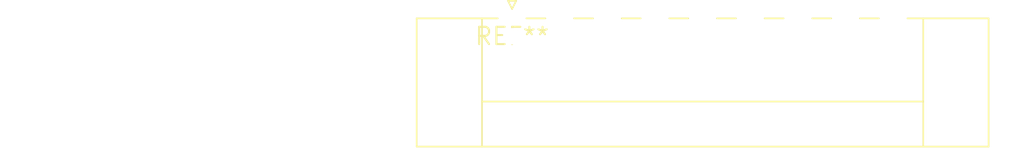
<source format=kicad_pcb>
(kicad_pcb (version 20240108) (generator pcbnew)
  (layers (0 "F.Cu" signal) (31 "B.Cu" signal) (34 "B.Paste" user) (35 "F.Paste" user) (36 "B.SilkS" user "B.Silkscreen") (37 "F.SilkS" user "F.Silkscreen") (38 "B.Mask" user) (39 "F.Mask" user) (44 "Edge.Cuts" user))
  (net 0 "")
  (footprint "PhoenixContact_MC_1,5_9-GF-3.5_1x09_P3.50mm_Horizontal_ThreadedFlange" (layer "F.Cu") (at 0 0)
    (property "Reference" "REF**")
    (property "Value" "PhoenixContact_MC_1,5_9-GF-3.5_1x09_P3.50mm_Horizontal_ThreadedFlange")
    (fp_line (start -7.01 -1.31) (end -7.01 8.11) (layer "F.SilkS") (stroke (width 0.12)))
    (fp_line (start -7.01 -1.31) (end -1.05 -1.31) (layer "F.SilkS") (stroke (width 0.12)))
    (fp_line (start -7.01 8.11) (end 35.01 8.11) (layer "F.SilkS") (stroke (width 0.12)))
    (fp_line (start -2.21 -1.31) (end -2.21 8.11) (layer "F.SilkS") (stroke (width 0.12)))
    (fp_line (start -2.21 4.8) (end 30.21 4.8) (layer "F.SilkS") (stroke (width 0.12)))
    (fp_line (start -0.3 -2.6) (end 0.3 -2.6) (layer "F.SilkS") (stroke (width 0.12)))
    (fp_line (start 0 -2) (end -0.3 -2.6) (layer "F.SilkS") (stroke (width 0.12)))
    (fp_line (start 0.3 -2.6) (end 0 -2) (layer "F.SilkS") (stroke (width 0.12)))
    (fp_line (start 1.05 -1.31) (end 2.45 -1.31) (layer "F.SilkS") (stroke (width 0.12)))
    (fp_line (start 4.55 -1.31) (end 5.95 -1.31) (layer "F.SilkS") (stroke (width 0.12)))
    (fp_line (start 8.05 -1.31) (end 9.45 -1.31) (layer "F.SilkS") (stroke (width 0.12)))
    (fp_line (start 11.55 -1.31) (end 12.95 -1.31) (layer "F.SilkS") (stroke (width 0.12)))
    (fp_line (start 15.05 -1.31) (end 16.45 -1.31) (layer "F.SilkS") (stroke (width 0.12)))
    (fp_line (start 18.55 -1.31) (end 19.95 -1.31) (layer "F.SilkS") (stroke (width 0.12)))
    (fp_line (start 22.05 -1.31) (end 23.45 -1.31) (layer "F.SilkS") (stroke (width 0.12)))
    (fp_line (start 25.55 -1.31) (end 26.95 -1.31) (layer "F.SilkS") (stroke (width 0.12)))
    (fp_line (start 30.21 -1.31) (end 30.21 8.11) (layer "F.SilkS") (stroke (width 0.12)))
    (fp_line (start 35.01 -1.31) (end 29.05 -1.31) (layer "F.SilkS") (stroke (width 0.12)))
    (fp_line (start 35.01 8.11) (end 35.01 -1.31) (layer "F.SilkS") (stroke (width 0.12)))
    (pad "1" thru_hole roundrect (at 0 0) (size 1.8 3.6) (drill 1.2) (layers *.Cu *.Mask) (remove_unused_layers) (roundrect_rratio 0.138889))
    (pad "2" thru_hole oval (at 3.5 0) (size 1.8 3.6) (drill 1.2) (layers *.Cu *.Mask) (remove_unused_layers))
    (pad "3" thru_hole oval (at 7 0) (size 1.8 3.6) (drill 1.2) (layers *.Cu *.Mask) (remove_unused_layers))
    (pad "4" thru_hole oval (at 10.5 0) (size 1.8 3.6) (drill 1.2) (layers *.Cu *.Mask) (remove_unused_layers))
    (pad "5" thru_hole oval (at 14 0) (size 1.8 3.6) (drill 1.2) (layers *.Cu *.Mask) (remove_unused_layers))
    (pad "6" thru_hole oval (at 17.5 0) (size 1.8 3.6) (drill 1.2) (layers *.Cu *.Mask) (remove_unused_layers))
    (pad "7" thru_hole oval (at 21 0) (size 1.8 3.6) (drill 1.2) (layers *.Cu *.Mask) (remove_unused_layers))
    (pad "8" thru_hole oval (at 24.5 0) (size 1.8 3.6) (drill 1.2) (layers *.Cu *.Mask) (remove_unused_layers))
    (pad "9" thru_hole oval (at 28 0) (size 1.8 3.6) (drill 1.2) (layers *.Cu *.Mask) (remove_unused_layers))
  )
)
</source>
